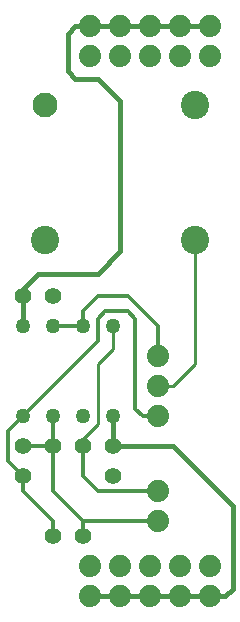
<source format=gbr>
%TF.GenerationSoftware,KiCad,Pcbnew,(5.1.5)-3*%
%TF.CreationDate,2020-03-15T11:37:31-07:00*%
%TF.ProjectId,bbf-audio_out_v1,6262662d-6175-4646-996f-5f6f75745f76,rev?*%
%TF.SameCoordinates,Original*%
%TF.FileFunction,Copper,L1,Top*%
%TF.FilePolarity,Positive*%
%FSLAX46Y46*%
G04 Gerber Fmt 4.6, Leading zero omitted, Abs format (unit mm)*
G04 Created by KiCad (PCBNEW (5.1.5)-3) date 2020-03-15 11:37:31*
%MOMM*%
%LPD*%
G04 APERTURE LIST*
%TA.AperFunction,ComponentPad*%
%ADD10C,1.879600*%
%TD*%
%TA.AperFunction,ComponentPad*%
%ADD11C,2.400000*%
%TD*%
%TA.AperFunction,ComponentPad*%
%ADD12C,2.100000*%
%TD*%
%TA.AperFunction,ComponentPad*%
%ADD13C,1.270000*%
%TD*%
%TA.AperFunction,ComponentPad*%
%ADD14C,1.422400*%
%TD*%
%TA.AperFunction,Conductor*%
%ADD15C,0.406400*%
%TD*%
%TA.AperFunction,Conductor*%
%ADD16C,0.254000*%
%TD*%
%TA.AperFunction,Conductor*%
%ADD17C,0.304800*%
%TD*%
G04 APERTURE END LIST*
D10*
%TO.P,JP1,10*%
%TO.N,VCC*%
X156121100Y-80868600D03*
%TO.P,JP1,9*%
%TO.N,GND*%
X156121100Y-83408600D03*
%TO.P,JP1,8*%
%TO.N,VCC*%
X153581100Y-80868600D03*
%TO.P,JP1,7*%
%TO.N,GND*%
X153581100Y-83408600D03*
%TO.P,JP1,6*%
%TO.N,VCC*%
X151041100Y-80868600D03*
%TO.P,JP1,5*%
%TO.N,GND*%
X151041100Y-83408600D03*
%TO.P,JP1,4*%
%TO.N,VCC*%
X148501100Y-80868600D03*
%TO.P,JP1,3*%
%TO.N,GND*%
X148501100Y-83408600D03*
%TO.P,JP1,2*%
%TO.N,VCC*%
X145961100Y-80868600D03*
%TO.P,JP1,1*%
%TO.N,GND*%
X145961100Y-83408600D03*
%TD*%
%TO.P,JP3,10*%
%TO.N,GND*%
X156121100Y-126588600D03*
%TO.P,JP3,9*%
%TO.N,VEE*%
X156121100Y-129128600D03*
%TO.P,JP3,8*%
%TO.N,GND*%
X153581100Y-126588600D03*
%TO.P,JP3,7*%
%TO.N,VEE*%
X153581100Y-129128600D03*
%TO.P,JP3,6*%
%TO.N,GND*%
X151041100Y-126588600D03*
%TO.P,JP3,5*%
%TO.N,VEE*%
X151041100Y-129128600D03*
%TO.P,JP3,4*%
%TO.N,GND*%
X148501100Y-126588600D03*
%TO.P,JP3,3*%
%TO.N,VEE*%
X148501100Y-129128600D03*
%TO.P,JP3,2*%
%TO.N,GND*%
X145961100Y-126588600D03*
%TO.P,JP3,1*%
%TO.N,VEE*%
X145961100Y-129128600D03*
%TD*%
D11*
%TO.P,J5,S*%
%TO.N,GND*%
X142151100Y-99020600D03*
%TO.P,J5,T*%
%TO.N,Net-(J5-PadT)*%
X154851100Y-99020600D03*
%TO.P,J5,TN*%
%TO.N,Net-(J5-PadTN)*%
X154851100Y-87590600D03*
D12*
%TO.P,J5,SN*%
%TO.N,GND*%
X142151100Y-87590600D03*
%TD*%
D13*
%TO.P,IC1,5*%
%TO.N,Net-(IC1-Pad5)*%
X147866100Y-106268600D03*
%TO.P,IC1,6*%
%TO.N,Net-(IC1-Pad6)*%
X145326100Y-106268600D03*
%TO.P,IC1,4*%
%TO.N,VEE*%
X147866100Y-113888600D03*
%TO.P,IC1,3*%
%TO.N,GND*%
X145326100Y-113888600D03*
%TO.P,IC1,8*%
%TO.N,VCC*%
X140246100Y-106268600D03*
%TO.P,IC1,7*%
%TO.N,Net-(IC1-Pad6)*%
X142786100Y-106268600D03*
%TO.P,IC1,2*%
%TO.N,Net-(C1-Pad1)*%
X142786100Y-113888600D03*
%TO.P,IC1,1*%
%TO.N,Net-(C1-Pad2)*%
X140246100Y-113888600D03*
%TD*%
D14*
%TO.P,R1,2*%
%TO.N,Net-(C1-Pad2)*%
X142786100Y-124048600D03*
%TO.P,R1,1*%
%TO.N,Net-(C1-Pad1)*%
X142786100Y-116428600D03*
%TD*%
%TO.P,C1,2*%
%TO.N,Net-(C1-Pad2)*%
X140246100Y-118968600D03*
%TO.P,C1,1*%
%TO.N,Net-(C1-Pad1)*%
X140246100Y-116428600D03*
%TD*%
%TO.P,R2,2*%
%TO.N,Net-(C1-Pad1)*%
X145326100Y-124048600D03*
%TO.P,R2,1*%
%TO.N,Net-(IC1-Pad5)*%
X145326100Y-116428600D03*
%TD*%
D10*
%TO.P,JP2,2*%
%TO.N,Net-(C1-Pad1)*%
X151676100Y-122778600D03*
%TO.P,JP2,1*%
%TO.N,Net-(IC1-Pad5)*%
X151676100Y-120238600D03*
%TD*%
%TO.P,JP4,3*%
%TO.N,Net-(IC1-Pad6)*%
X151676100Y-108808600D03*
%TO.P,JP4,2*%
%TO.N,Net-(J5-PadT)*%
X151676100Y-111348600D03*
%TO.P,JP4,1*%
%TO.N,Net-(C1-Pad2)*%
X151676100Y-113888600D03*
%TD*%
D14*
%TO.P,C2,2*%
%TO.N,VEE*%
X147866100Y-116428600D03*
%TO.P,C2,1*%
%TO.N,GND*%
X147866100Y-118968600D03*
%TD*%
%TO.P,C3,2*%
%TO.N,GND*%
X142786100Y-103728600D03*
%TO.P,C3,1*%
%TO.N,VCC*%
X140246100Y-103728600D03*
%TD*%
D15*
%TO.N,VCC*%
X145961100Y-80868600D02*
X148501100Y-80868600D01*
X148501100Y-80868600D02*
X151041100Y-80868600D01*
X151041100Y-80868600D02*
X153581100Y-80868600D01*
X153581100Y-80868600D02*
X156121100Y-80868600D01*
X140246100Y-106268600D02*
X140246100Y-103728600D01*
X140246100Y-103728600D02*
X140246100Y-103093600D01*
X140246100Y-103093600D02*
X141516100Y-101823600D01*
X141516100Y-101823600D02*
X146596100Y-101823600D01*
X146596100Y-101823600D02*
X148501100Y-99918600D01*
X148501100Y-99918600D02*
X148501100Y-87218600D01*
X148501100Y-87218600D02*
X146596100Y-85313600D01*
X146596100Y-85313600D02*
X144691100Y-85313600D01*
X144691100Y-85313600D02*
X144056100Y-84678600D01*
X144056100Y-84678600D02*
X144056100Y-81503600D01*
X144056100Y-81503600D02*
X144691100Y-80868600D01*
X144691100Y-80868600D02*
X145961100Y-80868600D01*
%TO.N,VEE*%
X145961100Y-129128600D02*
X148501100Y-129128600D01*
X148501100Y-129128600D02*
X151041100Y-129128600D01*
X151041100Y-129128600D02*
X153581100Y-129128600D01*
X153581100Y-129128600D02*
X156121100Y-129128600D01*
X147866100Y-116428600D02*
X147866100Y-113888600D01*
X151676100Y-116428600D02*
X147866100Y-116428600D01*
X152311100Y-116428600D02*
X151676100Y-116428600D01*
X157391100Y-129128600D02*
X158026100Y-128493600D01*
X156121100Y-129128600D02*
X157391100Y-129128600D01*
X158026100Y-128493600D02*
X158026100Y-121508600D01*
X158026100Y-121508600D02*
X152946100Y-116428600D01*
X152946100Y-116428600D02*
X152311100Y-116428600D01*
D16*
%TO.N,Net-(J5-PadT)*%
X151676100Y-111348600D02*
X152946100Y-111348600D01*
X152946100Y-111348600D02*
X154851100Y-109443600D01*
X154851100Y-109443600D02*
X154851100Y-99020600D01*
D17*
%TO.N,Net-(IC1-Pad5)*%
X145326100Y-118968600D02*
X145326100Y-116428600D01*
X145326100Y-118968600D02*
X146596100Y-120238600D01*
X146596100Y-120238600D02*
X151676100Y-120238600D01*
D16*
X145326100Y-116428600D02*
X145326100Y-115793600D01*
X145326100Y-115793600D02*
X146596100Y-114523600D01*
X146596100Y-114523600D02*
X146596100Y-109443600D01*
X146596100Y-109443600D02*
X147866100Y-108173600D01*
X147866100Y-108173600D02*
X147866100Y-106268600D01*
D17*
%TO.N,Net-(IC1-Pad6)*%
X142786100Y-106268600D02*
X145326100Y-106268600D01*
X145326100Y-106268600D02*
X145326100Y-104998600D01*
X145326100Y-104998600D02*
X146596100Y-103728600D01*
X146596100Y-103728600D02*
X149136100Y-103728600D01*
X149136100Y-103728600D02*
X151676100Y-106268600D01*
X151676100Y-106268600D02*
X151676100Y-108808600D01*
%TO.N,Net-(C1-Pad1)*%
X142786100Y-116428600D02*
X140246100Y-116428600D01*
X142786100Y-116428600D02*
X142786100Y-113888600D01*
X142786100Y-120238600D02*
X142786100Y-116428600D01*
X145326100Y-122778600D02*
X142786100Y-120238600D01*
X145326100Y-124048600D02*
X145326100Y-122778600D01*
X145326100Y-122778600D02*
X151676100Y-122778600D01*
%TO.N,Net-(C1-Pad2)*%
X140246100Y-118968600D02*
X138976100Y-117698600D01*
X138976100Y-117698600D02*
X138976100Y-115158600D01*
X138976100Y-115158600D02*
X140246100Y-113888600D01*
X142786100Y-122778600D02*
X140246100Y-120238600D01*
X140246100Y-120238600D02*
X140246100Y-118968600D01*
X142786100Y-124048600D02*
X142786100Y-122778600D01*
X140246100Y-113888600D02*
X146596100Y-107538600D01*
X146596100Y-107538600D02*
X146596100Y-105633600D01*
X146596100Y-105633600D02*
X147231100Y-104998600D01*
X147231100Y-104998600D02*
X149136100Y-104998600D01*
X149136100Y-104998600D02*
X149771100Y-105633600D01*
X149771100Y-105633600D02*
X149771100Y-113253600D01*
X149771100Y-113253600D02*
X150406100Y-113888600D01*
X150406100Y-113888600D02*
X151676100Y-113888600D01*
%TD*%
M02*

</source>
